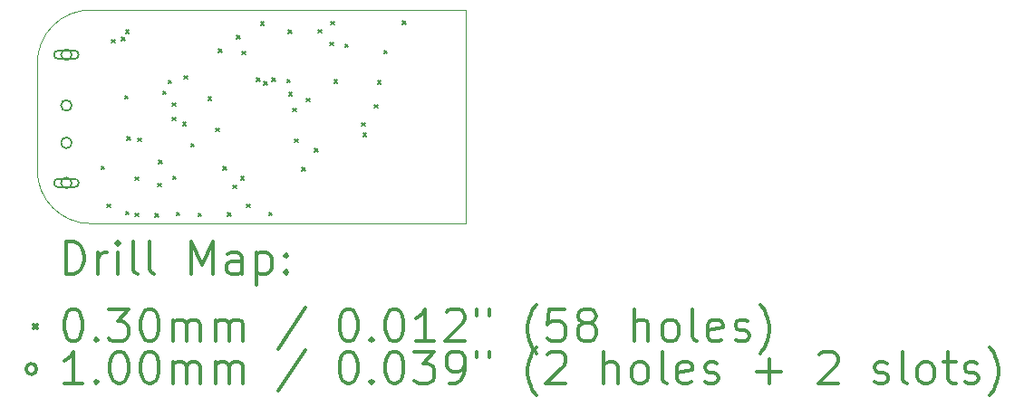
<source format=gbr>
%FSLAX45Y45*%
G04 Gerber Fmt 4.5, Leading zero omitted, Abs format (unit mm)*
G04 Created by KiCad (PCBNEW 4.0.1-stable) date 25/01/2016 14:41:18*
%MOMM*%
G01*
G04 APERTURE LIST*
%ADD10C,0.127000*%
%ADD11C,0.100000*%
%ADD12C,0.200000*%
%ADD13C,0.300000*%
G04 APERTURE END LIST*
D10*
D11*
X15350110Y-10500360D02*
G75*
G02X14850110Y-10000360I0J500000D01*
G01*
X18850110Y-10500360D02*
X15350110Y-10500360D01*
X18850110Y-8500360D02*
X18850110Y-10500360D01*
X15350110Y-8500360D02*
X18850110Y-8500360D01*
X14850110Y-9000360D02*
G75*
G02X15350110Y-8500360I500000J0D01*
G01*
X14850110Y-10000360D02*
X14850110Y-9000360D01*
D12*
X15447250Y-9960850D02*
X15477250Y-9990850D01*
X15477250Y-9960850D02*
X15447250Y-9990850D01*
X15501860Y-10318990D02*
X15531860Y-10348990D01*
X15531860Y-10318990D02*
X15501860Y-10348990D01*
X15547580Y-8778480D02*
X15577580Y-8808480D01*
X15577580Y-8778480D02*
X15547580Y-8808480D01*
X15639020Y-8758160D02*
X15669020Y-8788160D01*
X15669020Y-8758160D02*
X15639020Y-8788160D01*
X15669500Y-9300450D02*
X15699500Y-9330450D01*
X15699500Y-9300450D02*
X15669500Y-9330450D01*
X15677120Y-8689580D02*
X15707120Y-8719580D01*
X15707120Y-8689580D02*
X15677120Y-8719580D01*
X15677120Y-10386300D02*
X15707120Y-10416300D01*
X15707120Y-10386300D02*
X15677120Y-10416300D01*
X15688550Y-9687800D02*
X15718550Y-9717800D01*
X15718550Y-9687800D02*
X15688550Y-9717800D01*
X15763480Y-10063720D02*
X15793480Y-10093720D01*
X15793480Y-10063720D02*
X15763480Y-10093720D01*
X15763480Y-10404080D02*
X15793480Y-10434080D01*
X15793480Y-10404080D02*
X15763480Y-10434080D01*
X15790150Y-9700500D02*
X15820150Y-9730500D01*
X15820150Y-9700500D02*
X15790150Y-9730500D01*
X15953980Y-10406620D02*
X15983980Y-10436620D01*
X15983980Y-10406620D02*
X15953980Y-10436620D01*
X15979380Y-10124680D02*
X16009380Y-10154680D01*
X16009380Y-10124680D02*
X15979380Y-10154680D01*
X15984460Y-9908780D02*
X16014460Y-9938780D01*
X16014460Y-9908780D02*
X15984460Y-9938780D01*
X16022560Y-9258540D02*
X16052560Y-9288540D01*
X16052560Y-9258540D02*
X16022560Y-9288540D01*
X16075900Y-9156940D02*
X16105900Y-9186940D01*
X16105900Y-9156940D02*
X16075900Y-9186940D01*
X16114000Y-9370300D02*
X16144000Y-9400300D01*
X16144000Y-9370300D02*
X16114000Y-9400300D01*
X16114000Y-9503650D02*
X16144000Y-9533650D01*
X16144000Y-9503650D02*
X16114000Y-9533650D01*
X16115270Y-10054830D02*
X16145270Y-10084830D01*
X16145270Y-10054830D02*
X16115270Y-10084830D01*
X16152100Y-10393920D02*
X16182100Y-10423920D01*
X16182100Y-10393920D02*
X16152100Y-10423920D01*
X16210520Y-9553180D02*
X16240520Y-9583180D01*
X16240520Y-9553180D02*
X16210520Y-9583180D01*
X16221950Y-9116300D02*
X16251950Y-9146300D01*
X16251950Y-9116300D02*
X16221950Y-9146300D01*
X16285450Y-9751300D02*
X16315450Y-9781300D01*
X16315450Y-9751300D02*
X16285450Y-9781300D01*
X16352760Y-10401540D02*
X16382760Y-10431540D01*
X16382760Y-10401540D02*
X16352760Y-10431540D01*
X16448010Y-9314420D02*
X16478010Y-9344420D01*
X16478010Y-9314420D02*
X16448010Y-9344420D01*
X16520400Y-9606520D02*
X16550400Y-9636520D01*
X16550400Y-9606520D02*
X16520400Y-9636520D01*
X16543260Y-8864840D02*
X16573260Y-8894840D01*
X16573260Y-8864840D02*
X16543260Y-8894840D01*
X16588980Y-9967200D02*
X16618980Y-9997200D01*
X16618980Y-9967200D02*
X16588980Y-9997200D01*
X16627080Y-10399000D02*
X16657080Y-10429000D01*
X16657080Y-10399000D02*
X16627080Y-10429000D01*
X16681690Y-10139920D02*
X16711690Y-10169920D01*
X16711690Y-10139920D02*
X16681690Y-10169920D01*
X16713440Y-8740380D02*
X16743440Y-8770380D01*
X16743440Y-8740380D02*
X16713440Y-8770380D01*
X16752810Y-10061180D02*
X16782810Y-10091180D01*
X16782810Y-10061180D02*
X16752810Y-10091180D01*
X16764240Y-8887700D02*
X16794240Y-8917700D01*
X16794240Y-8887700D02*
X16764240Y-8917700D01*
X16807420Y-10317720D02*
X16837420Y-10347720D01*
X16837420Y-10317720D02*
X16807420Y-10347720D01*
X16901400Y-9136620D02*
X16931400Y-9166620D01*
X16931400Y-9136620D02*
X16901400Y-9166620D01*
X16938230Y-8610840D02*
X16968230Y-8640840D01*
X16968230Y-8610840D02*
X16938230Y-8640840D01*
X16969980Y-9172180D02*
X16999980Y-9202180D01*
X16999980Y-9172180D02*
X16969980Y-9202180D01*
X17015700Y-10393920D02*
X17045700Y-10423920D01*
X17045700Y-10393920D02*
X17015700Y-10423920D01*
X17046180Y-9139160D02*
X17076180Y-9169160D01*
X17076180Y-9139160D02*
X17046180Y-9169160D01*
X17183340Y-9149320D02*
X17213340Y-9179320D01*
X17213340Y-9149320D02*
X17183340Y-9179320D01*
X17198580Y-8687040D02*
X17228580Y-8717040D01*
X17228580Y-8687040D02*
X17198580Y-8717040D01*
X17201120Y-9273780D02*
X17231120Y-9303780D01*
X17231120Y-9273780D02*
X17201120Y-9303780D01*
X17236680Y-9421100D02*
X17266680Y-9451100D01*
X17266680Y-9421100D02*
X17236680Y-9451100D01*
X17255730Y-9709390D02*
X17285730Y-9739390D01*
X17285730Y-9709390D02*
X17255730Y-9739390D01*
X17325580Y-9973550D02*
X17355580Y-10003550D01*
X17355580Y-9973550D02*
X17325580Y-10003550D01*
X17366220Y-9329660D02*
X17396220Y-9359660D01*
X17396220Y-9329660D02*
X17366220Y-9359660D01*
X17442420Y-9797020D02*
X17472420Y-9827020D01*
X17472420Y-9797020D02*
X17442420Y-9827020D01*
X17474170Y-8685770D02*
X17504170Y-8715770D01*
X17504170Y-8685770D02*
X17474170Y-8715770D01*
X17584660Y-8803880D02*
X17614660Y-8833880D01*
X17614660Y-8803880D02*
X17584660Y-8833880D01*
X17594820Y-8608300D02*
X17624820Y-8638300D01*
X17624820Y-8608300D02*
X17594820Y-8638300D01*
X17622760Y-9155670D02*
X17652760Y-9185670D01*
X17652760Y-9155670D02*
X17622760Y-9185670D01*
X17725630Y-8817850D02*
X17755630Y-8847850D01*
X17755630Y-8817850D02*
X17725630Y-8847850D01*
X17884380Y-9555720D02*
X17914380Y-9585720D01*
X17914380Y-9555720D02*
X17884380Y-9585720D01*
X17894540Y-9652240D02*
X17924540Y-9682240D01*
X17924540Y-9652240D02*
X17894540Y-9682240D01*
X17998680Y-9388080D02*
X18028680Y-9418080D01*
X18028680Y-9388080D02*
X17998680Y-9418080D01*
X18031700Y-9162020D02*
X18061700Y-9192020D01*
X18061700Y-9162020D02*
X18031700Y-9192020D01*
X18090120Y-8877540D02*
X18120120Y-8907540D01*
X18120120Y-8877540D02*
X18090120Y-8907540D01*
X18265380Y-8605760D02*
X18295380Y-8635760D01*
X18295380Y-8605760D02*
X18265380Y-8635760D01*
X15172400Y-8919400D02*
G75*
G03X15172400Y-8919400I-50000J0D01*
G01*
X15197400Y-8879400D02*
X15047400Y-8879400D01*
X15197400Y-8959400D02*
X15047400Y-8959400D01*
X15047400Y-8879400D02*
G75*
G03X15047400Y-8959400I0J-40000D01*
G01*
X15197400Y-8959400D02*
G75*
G03X15197400Y-8879400I0J40000D01*
G01*
X15172400Y-9394400D02*
G75*
G03X15172400Y-9394400I-50000J0D01*
G01*
X15172400Y-9744000D02*
G75*
G03X15172400Y-9744000I-50000J0D01*
G01*
X15172400Y-10119400D02*
G75*
G03X15172400Y-10119400I-50000J0D01*
G01*
X15197400Y-10079400D02*
X15047400Y-10079400D01*
X15197400Y-10159400D02*
X15047400Y-10159400D01*
X15047400Y-10079400D02*
G75*
G03X15047400Y-10159400I0J-40000D01*
G01*
X15197400Y-10159400D02*
G75*
G03X15197400Y-10079400I0J40000D01*
G01*
D13*
X15116538Y-10971074D02*
X15116538Y-10671074D01*
X15187967Y-10671074D01*
X15230824Y-10685360D01*
X15259396Y-10713932D01*
X15273681Y-10742503D01*
X15287967Y-10799646D01*
X15287967Y-10842503D01*
X15273681Y-10899646D01*
X15259396Y-10928217D01*
X15230824Y-10956789D01*
X15187967Y-10971074D01*
X15116538Y-10971074D01*
X15416538Y-10971074D02*
X15416538Y-10771074D01*
X15416538Y-10828217D02*
X15430824Y-10799646D01*
X15445110Y-10785360D01*
X15473681Y-10771074D01*
X15502253Y-10771074D01*
X15602253Y-10971074D02*
X15602253Y-10771074D01*
X15602253Y-10671074D02*
X15587967Y-10685360D01*
X15602253Y-10699646D01*
X15616538Y-10685360D01*
X15602253Y-10671074D01*
X15602253Y-10699646D01*
X15787967Y-10971074D02*
X15759396Y-10956789D01*
X15745110Y-10928217D01*
X15745110Y-10671074D01*
X15945110Y-10971074D02*
X15916538Y-10956789D01*
X15902253Y-10928217D01*
X15902253Y-10671074D01*
X16287967Y-10971074D02*
X16287967Y-10671074D01*
X16387967Y-10885360D01*
X16487967Y-10671074D01*
X16487967Y-10971074D01*
X16759396Y-10971074D02*
X16759396Y-10813932D01*
X16745110Y-10785360D01*
X16716538Y-10771074D01*
X16659396Y-10771074D01*
X16630824Y-10785360D01*
X16759396Y-10956789D02*
X16730824Y-10971074D01*
X16659396Y-10971074D01*
X16630824Y-10956789D01*
X16616538Y-10928217D01*
X16616538Y-10899646D01*
X16630824Y-10871074D01*
X16659396Y-10856789D01*
X16730824Y-10856789D01*
X16759396Y-10842503D01*
X16902253Y-10771074D02*
X16902253Y-11071074D01*
X16902253Y-10785360D02*
X16930824Y-10771074D01*
X16987967Y-10771074D01*
X17016539Y-10785360D01*
X17030824Y-10799646D01*
X17045110Y-10828217D01*
X17045110Y-10913932D01*
X17030824Y-10942503D01*
X17016539Y-10956789D01*
X16987967Y-10971074D01*
X16930824Y-10971074D01*
X16902253Y-10956789D01*
X17173681Y-10942503D02*
X17187967Y-10956789D01*
X17173681Y-10971074D01*
X17159396Y-10956789D01*
X17173681Y-10942503D01*
X17173681Y-10971074D01*
X17173681Y-10785360D02*
X17187967Y-10799646D01*
X17173681Y-10813932D01*
X17159396Y-10799646D01*
X17173681Y-10785360D01*
X17173681Y-10813932D01*
X14815110Y-11450360D02*
X14845110Y-11480360D01*
X14845110Y-11450360D02*
X14815110Y-11480360D01*
X15173681Y-11301074D02*
X15202253Y-11301074D01*
X15230824Y-11315360D01*
X15245110Y-11329646D01*
X15259396Y-11358217D01*
X15273681Y-11415360D01*
X15273681Y-11486789D01*
X15259396Y-11543931D01*
X15245110Y-11572503D01*
X15230824Y-11586789D01*
X15202253Y-11601074D01*
X15173681Y-11601074D01*
X15145110Y-11586789D01*
X15130824Y-11572503D01*
X15116538Y-11543931D01*
X15102253Y-11486789D01*
X15102253Y-11415360D01*
X15116538Y-11358217D01*
X15130824Y-11329646D01*
X15145110Y-11315360D01*
X15173681Y-11301074D01*
X15402253Y-11572503D02*
X15416538Y-11586789D01*
X15402253Y-11601074D01*
X15387967Y-11586789D01*
X15402253Y-11572503D01*
X15402253Y-11601074D01*
X15516538Y-11301074D02*
X15702253Y-11301074D01*
X15602253Y-11415360D01*
X15645110Y-11415360D01*
X15673681Y-11429646D01*
X15687967Y-11443931D01*
X15702253Y-11472503D01*
X15702253Y-11543931D01*
X15687967Y-11572503D01*
X15673681Y-11586789D01*
X15645110Y-11601074D01*
X15559396Y-11601074D01*
X15530824Y-11586789D01*
X15516538Y-11572503D01*
X15887967Y-11301074D02*
X15916538Y-11301074D01*
X15945110Y-11315360D01*
X15959396Y-11329646D01*
X15973681Y-11358217D01*
X15987967Y-11415360D01*
X15987967Y-11486789D01*
X15973681Y-11543931D01*
X15959396Y-11572503D01*
X15945110Y-11586789D01*
X15916538Y-11601074D01*
X15887967Y-11601074D01*
X15859396Y-11586789D01*
X15845110Y-11572503D01*
X15830824Y-11543931D01*
X15816538Y-11486789D01*
X15816538Y-11415360D01*
X15830824Y-11358217D01*
X15845110Y-11329646D01*
X15859396Y-11315360D01*
X15887967Y-11301074D01*
X16116538Y-11601074D02*
X16116538Y-11401074D01*
X16116538Y-11429646D02*
X16130824Y-11415360D01*
X16159396Y-11401074D01*
X16202253Y-11401074D01*
X16230824Y-11415360D01*
X16245110Y-11443931D01*
X16245110Y-11601074D01*
X16245110Y-11443931D02*
X16259396Y-11415360D01*
X16287967Y-11401074D01*
X16330824Y-11401074D01*
X16359396Y-11415360D01*
X16373681Y-11443931D01*
X16373681Y-11601074D01*
X16516538Y-11601074D02*
X16516538Y-11401074D01*
X16516538Y-11429646D02*
X16530824Y-11415360D01*
X16559396Y-11401074D01*
X16602253Y-11401074D01*
X16630824Y-11415360D01*
X16645110Y-11443931D01*
X16645110Y-11601074D01*
X16645110Y-11443931D02*
X16659396Y-11415360D01*
X16687967Y-11401074D01*
X16730824Y-11401074D01*
X16759396Y-11415360D01*
X16773681Y-11443931D01*
X16773681Y-11601074D01*
X17359396Y-11286789D02*
X17102253Y-11672503D01*
X17745110Y-11301074D02*
X17773681Y-11301074D01*
X17802253Y-11315360D01*
X17816538Y-11329646D01*
X17830824Y-11358217D01*
X17845110Y-11415360D01*
X17845110Y-11486789D01*
X17830824Y-11543931D01*
X17816538Y-11572503D01*
X17802253Y-11586789D01*
X17773681Y-11601074D01*
X17745110Y-11601074D01*
X17716538Y-11586789D01*
X17702253Y-11572503D01*
X17687967Y-11543931D01*
X17673681Y-11486789D01*
X17673681Y-11415360D01*
X17687967Y-11358217D01*
X17702253Y-11329646D01*
X17716538Y-11315360D01*
X17745110Y-11301074D01*
X17973681Y-11572503D02*
X17987967Y-11586789D01*
X17973681Y-11601074D01*
X17959396Y-11586789D01*
X17973681Y-11572503D01*
X17973681Y-11601074D01*
X18173681Y-11301074D02*
X18202253Y-11301074D01*
X18230824Y-11315360D01*
X18245110Y-11329646D01*
X18259396Y-11358217D01*
X18273681Y-11415360D01*
X18273681Y-11486789D01*
X18259396Y-11543931D01*
X18245110Y-11572503D01*
X18230824Y-11586789D01*
X18202253Y-11601074D01*
X18173681Y-11601074D01*
X18145110Y-11586789D01*
X18130824Y-11572503D01*
X18116538Y-11543931D01*
X18102253Y-11486789D01*
X18102253Y-11415360D01*
X18116538Y-11358217D01*
X18130824Y-11329646D01*
X18145110Y-11315360D01*
X18173681Y-11301074D01*
X18559396Y-11601074D02*
X18387967Y-11601074D01*
X18473681Y-11601074D02*
X18473681Y-11301074D01*
X18445110Y-11343931D01*
X18416538Y-11372503D01*
X18387967Y-11386789D01*
X18673681Y-11329646D02*
X18687967Y-11315360D01*
X18716538Y-11301074D01*
X18787967Y-11301074D01*
X18816538Y-11315360D01*
X18830824Y-11329646D01*
X18845110Y-11358217D01*
X18845110Y-11386789D01*
X18830824Y-11429646D01*
X18659396Y-11601074D01*
X18845110Y-11601074D01*
X18959396Y-11301074D02*
X18959396Y-11358217D01*
X19073681Y-11301074D02*
X19073681Y-11358217D01*
X19516538Y-11715360D02*
X19502253Y-11701074D01*
X19473681Y-11658217D01*
X19459396Y-11629646D01*
X19445110Y-11586789D01*
X19430824Y-11515360D01*
X19430824Y-11458217D01*
X19445110Y-11386789D01*
X19459396Y-11343931D01*
X19473681Y-11315360D01*
X19502253Y-11272503D01*
X19516538Y-11258217D01*
X19773681Y-11301074D02*
X19630824Y-11301074D01*
X19616538Y-11443931D01*
X19630824Y-11429646D01*
X19659396Y-11415360D01*
X19730824Y-11415360D01*
X19759396Y-11429646D01*
X19773681Y-11443931D01*
X19787967Y-11472503D01*
X19787967Y-11543931D01*
X19773681Y-11572503D01*
X19759396Y-11586789D01*
X19730824Y-11601074D01*
X19659396Y-11601074D01*
X19630824Y-11586789D01*
X19616538Y-11572503D01*
X19959396Y-11429646D02*
X19930824Y-11415360D01*
X19916538Y-11401074D01*
X19902253Y-11372503D01*
X19902253Y-11358217D01*
X19916538Y-11329646D01*
X19930824Y-11315360D01*
X19959396Y-11301074D01*
X20016538Y-11301074D01*
X20045110Y-11315360D01*
X20059396Y-11329646D01*
X20073681Y-11358217D01*
X20073681Y-11372503D01*
X20059396Y-11401074D01*
X20045110Y-11415360D01*
X20016538Y-11429646D01*
X19959396Y-11429646D01*
X19930824Y-11443931D01*
X19916538Y-11458217D01*
X19902253Y-11486789D01*
X19902253Y-11543931D01*
X19916538Y-11572503D01*
X19930824Y-11586789D01*
X19959396Y-11601074D01*
X20016538Y-11601074D01*
X20045110Y-11586789D01*
X20059396Y-11572503D01*
X20073681Y-11543931D01*
X20073681Y-11486789D01*
X20059396Y-11458217D01*
X20045110Y-11443931D01*
X20016538Y-11429646D01*
X20430824Y-11601074D02*
X20430824Y-11301074D01*
X20559396Y-11601074D02*
X20559396Y-11443931D01*
X20545110Y-11415360D01*
X20516538Y-11401074D01*
X20473681Y-11401074D01*
X20445110Y-11415360D01*
X20430824Y-11429646D01*
X20745110Y-11601074D02*
X20716538Y-11586789D01*
X20702253Y-11572503D01*
X20687967Y-11543931D01*
X20687967Y-11458217D01*
X20702253Y-11429646D01*
X20716538Y-11415360D01*
X20745110Y-11401074D01*
X20787967Y-11401074D01*
X20816538Y-11415360D01*
X20830824Y-11429646D01*
X20845110Y-11458217D01*
X20845110Y-11543931D01*
X20830824Y-11572503D01*
X20816538Y-11586789D01*
X20787967Y-11601074D01*
X20745110Y-11601074D01*
X21016538Y-11601074D02*
X20987967Y-11586789D01*
X20973681Y-11558217D01*
X20973681Y-11301074D01*
X21245110Y-11586789D02*
X21216539Y-11601074D01*
X21159396Y-11601074D01*
X21130824Y-11586789D01*
X21116539Y-11558217D01*
X21116539Y-11443931D01*
X21130824Y-11415360D01*
X21159396Y-11401074D01*
X21216539Y-11401074D01*
X21245110Y-11415360D01*
X21259396Y-11443931D01*
X21259396Y-11472503D01*
X21116539Y-11501074D01*
X21373681Y-11586789D02*
X21402253Y-11601074D01*
X21459396Y-11601074D01*
X21487967Y-11586789D01*
X21502253Y-11558217D01*
X21502253Y-11543931D01*
X21487967Y-11515360D01*
X21459396Y-11501074D01*
X21416539Y-11501074D01*
X21387967Y-11486789D01*
X21373681Y-11458217D01*
X21373681Y-11443931D01*
X21387967Y-11415360D01*
X21416539Y-11401074D01*
X21459396Y-11401074D01*
X21487967Y-11415360D01*
X21602253Y-11715360D02*
X21616539Y-11701074D01*
X21645110Y-11658217D01*
X21659396Y-11629646D01*
X21673681Y-11586789D01*
X21687967Y-11515360D01*
X21687967Y-11458217D01*
X21673681Y-11386789D01*
X21659396Y-11343931D01*
X21645110Y-11315360D01*
X21616539Y-11272503D01*
X21602253Y-11258217D01*
X14845110Y-11861360D02*
G75*
G03X14845110Y-11861360I-50000J0D01*
G01*
X15273681Y-11997074D02*
X15102253Y-11997074D01*
X15187967Y-11997074D02*
X15187967Y-11697074D01*
X15159396Y-11739931D01*
X15130824Y-11768503D01*
X15102253Y-11782789D01*
X15402253Y-11968503D02*
X15416538Y-11982789D01*
X15402253Y-11997074D01*
X15387967Y-11982789D01*
X15402253Y-11968503D01*
X15402253Y-11997074D01*
X15602253Y-11697074D02*
X15630824Y-11697074D01*
X15659396Y-11711360D01*
X15673681Y-11725646D01*
X15687967Y-11754217D01*
X15702253Y-11811360D01*
X15702253Y-11882789D01*
X15687967Y-11939931D01*
X15673681Y-11968503D01*
X15659396Y-11982789D01*
X15630824Y-11997074D01*
X15602253Y-11997074D01*
X15573681Y-11982789D01*
X15559396Y-11968503D01*
X15545110Y-11939931D01*
X15530824Y-11882789D01*
X15530824Y-11811360D01*
X15545110Y-11754217D01*
X15559396Y-11725646D01*
X15573681Y-11711360D01*
X15602253Y-11697074D01*
X15887967Y-11697074D02*
X15916538Y-11697074D01*
X15945110Y-11711360D01*
X15959396Y-11725646D01*
X15973681Y-11754217D01*
X15987967Y-11811360D01*
X15987967Y-11882789D01*
X15973681Y-11939931D01*
X15959396Y-11968503D01*
X15945110Y-11982789D01*
X15916538Y-11997074D01*
X15887967Y-11997074D01*
X15859396Y-11982789D01*
X15845110Y-11968503D01*
X15830824Y-11939931D01*
X15816538Y-11882789D01*
X15816538Y-11811360D01*
X15830824Y-11754217D01*
X15845110Y-11725646D01*
X15859396Y-11711360D01*
X15887967Y-11697074D01*
X16116538Y-11997074D02*
X16116538Y-11797074D01*
X16116538Y-11825646D02*
X16130824Y-11811360D01*
X16159396Y-11797074D01*
X16202253Y-11797074D01*
X16230824Y-11811360D01*
X16245110Y-11839931D01*
X16245110Y-11997074D01*
X16245110Y-11839931D02*
X16259396Y-11811360D01*
X16287967Y-11797074D01*
X16330824Y-11797074D01*
X16359396Y-11811360D01*
X16373681Y-11839931D01*
X16373681Y-11997074D01*
X16516538Y-11997074D02*
X16516538Y-11797074D01*
X16516538Y-11825646D02*
X16530824Y-11811360D01*
X16559396Y-11797074D01*
X16602253Y-11797074D01*
X16630824Y-11811360D01*
X16645110Y-11839931D01*
X16645110Y-11997074D01*
X16645110Y-11839931D02*
X16659396Y-11811360D01*
X16687967Y-11797074D01*
X16730824Y-11797074D01*
X16759396Y-11811360D01*
X16773681Y-11839931D01*
X16773681Y-11997074D01*
X17359396Y-11682789D02*
X17102253Y-12068503D01*
X17745110Y-11697074D02*
X17773681Y-11697074D01*
X17802253Y-11711360D01*
X17816538Y-11725646D01*
X17830824Y-11754217D01*
X17845110Y-11811360D01*
X17845110Y-11882789D01*
X17830824Y-11939931D01*
X17816538Y-11968503D01*
X17802253Y-11982789D01*
X17773681Y-11997074D01*
X17745110Y-11997074D01*
X17716538Y-11982789D01*
X17702253Y-11968503D01*
X17687967Y-11939931D01*
X17673681Y-11882789D01*
X17673681Y-11811360D01*
X17687967Y-11754217D01*
X17702253Y-11725646D01*
X17716538Y-11711360D01*
X17745110Y-11697074D01*
X17973681Y-11968503D02*
X17987967Y-11982789D01*
X17973681Y-11997074D01*
X17959396Y-11982789D01*
X17973681Y-11968503D01*
X17973681Y-11997074D01*
X18173681Y-11697074D02*
X18202253Y-11697074D01*
X18230824Y-11711360D01*
X18245110Y-11725646D01*
X18259396Y-11754217D01*
X18273681Y-11811360D01*
X18273681Y-11882789D01*
X18259396Y-11939931D01*
X18245110Y-11968503D01*
X18230824Y-11982789D01*
X18202253Y-11997074D01*
X18173681Y-11997074D01*
X18145110Y-11982789D01*
X18130824Y-11968503D01*
X18116538Y-11939931D01*
X18102253Y-11882789D01*
X18102253Y-11811360D01*
X18116538Y-11754217D01*
X18130824Y-11725646D01*
X18145110Y-11711360D01*
X18173681Y-11697074D01*
X18373681Y-11697074D02*
X18559396Y-11697074D01*
X18459396Y-11811360D01*
X18502253Y-11811360D01*
X18530824Y-11825646D01*
X18545110Y-11839931D01*
X18559396Y-11868503D01*
X18559396Y-11939931D01*
X18545110Y-11968503D01*
X18530824Y-11982789D01*
X18502253Y-11997074D01*
X18416538Y-11997074D01*
X18387967Y-11982789D01*
X18373681Y-11968503D01*
X18702253Y-11997074D02*
X18759396Y-11997074D01*
X18787967Y-11982789D01*
X18802253Y-11968503D01*
X18830824Y-11925646D01*
X18845110Y-11868503D01*
X18845110Y-11754217D01*
X18830824Y-11725646D01*
X18816538Y-11711360D01*
X18787967Y-11697074D01*
X18730824Y-11697074D01*
X18702253Y-11711360D01*
X18687967Y-11725646D01*
X18673681Y-11754217D01*
X18673681Y-11825646D01*
X18687967Y-11854217D01*
X18702253Y-11868503D01*
X18730824Y-11882789D01*
X18787967Y-11882789D01*
X18816538Y-11868503D01*
X18830824Y-11854217D01*
X18845110Y-11825646D01*
X18959396Y-11697074D02*
X18959396Y-11754217D01*
X19073681Y-11697074D02*
X19073681Y-11754217D01*
X19516538Y-12111360D02*
X19502253Y-12097074D01*
X19473681Y-12054217D01*
X19459396Y-12025646D01*
X19445110Y-11982789D01*
X19430824Y-11911360D01*
X19430824Y-11854217D01*
X19445110Y-11782789D01*
X19459396Y-11739931D01*
X19473681Y-11711360D01*
X19502253Y-11668503D01*
X19516538Y-11654217D01*
X19616538Y-11725646D02*
X19630824Y-11711360D01*
X19659396Y-11697074D01*
X19730824Y-11697074D01*
X19759396Y-11711360D01*
X19773681Y-11725646D01*
X19787967Y-11754217D01*
X19787967Y-11782789D01*
X19773681Y-11825646D01*
X19602253Y-11997074D01*
X19787967Y-11997074D01*
X20145110Y-11997074D02*
X20145110Y-11697074D01*
X20273681Y-11997074D02*
X20273681Y-11839931D01*
X20259396Y-11811360D01*
X20230824Y-11797074D01*
X20187967Y-11797074D01*
X20159396Y-11811360D01*
X20145110Y-11825646D01*
X20459396Y-11997074D02*
X20430824Y-11982789D01*
X20416538Y-11968503D01*
X20402253Y-11939931D01*
X20402253Y-11854217D01*
X20416538Y-11825646D01*
X20430824Y-11811360D01*
X20459396Y-11797074D01*
X20502253Y-11797074D01*
X20530824Y-11811360D01*
X20545110Y-11825646D01*
X20559396Y-11854217D01*
X20559396Y-11939931D01*
X20545110Y-11968503D01*
X20530824Y-11982789D01*
X20502253Y-11997074D01*
X20459396Y-11997074D01*
X20730824Y-11997074D02*
X20702253Y-11982789D01*
X20687967Y-11954217D01*
X20687967Y-11697074D01*
X20959396Y-11982789D02*
X20930824Y-11997074D01*
X20873681Y-11997074D01*
X20845110Y-11982789D01*
X20830824Y-11954217D01*
X20830824Y-11839931D01*
X20845110Y-11811360D01*
X20873681Y-11797074D01*
X20930824Y-11797074D01*
X20959396Y-11811360D01*
X20973681Y-11839931D01*
X20973681Y-11868503D01*
X20830824Y-11897074D01*
X21087967Y-11982789D02*
X21116539Y-11997074D01*
X21173681Y-11997074D01*
X21202253Y-11982789D01*
X21216539Y-11954217D01*
X21216539Y-11939931D01*
X21202253Y-11911360D01*
X21173681Y-11897074D01*
X21130824Y-11897074D01*
X21102253Y-11882789D01*
X21087967Y-11854217D01*
X21087967Y-11839931D01*
X21102253Y-11811360D01*
X21130824Y-11797074D01*
X21173681Y-11797074D01*
X21202253Y-11811360D01*
X21573681Y-11882789D02*
X21802253Y-11882789D01*
X21687967Y-11997074D02*
X21687967Y-11768503D01*
X22159396Y-11725646D02*
X22173681Y-11711360D01*
X22202253Y-11697074D01*
X22273681Y-11697074D01*
X22302253Y-11711360D01*
X22316538Y-11725646D01*
X22330824Y-11754217D01*
X22330824Y-11782789D01*
X22316538Y-11825646D01*
X22145110Y-11997074D01*
X22330824Y-11997074D01*
X22673681Y-11982789D02*
X22702253Y-11997074D01*
X22759395Y-11997074D01*
X22787967Y-11982789D01*
X22802253Y-11954217D01*
X22802253Y-11939931D01*
X22787967Y-11911360D01*
X22759395Y-11897074D01*
X22716538Y-11897074D01*
X22687967Y-11882789D01*
X22673681Y-11854217D01*
X22673681Y-11839931D01*
X22687967Y-11811360D01*
X22716538Y-11797074D01*
X22759395Y-11797074D01*
X22787967Y-11811360D01*
X22973681Y-11997074D02*
X22945110Y-11982789D01*
X22930824Y-11954217D01*
X22930824Y-11697074D01*
X23130824Y-11997074D02*
X23102253Y-11982789D01*
X23087967Y-11968503D01*
X23073681Y-11939931D01*
X23073681Y-11854217D01*
X23087967Y-11825646D01*
X23102253Y-11811360D01*
X23130824Y-11797074D01*
X23173681Y-11797074D01*
X23202253Y-11811360D01*
X23216538Y-11825646D01*
X23230824Y-11854217D01*
X23230824Y-11939931D01*
X23216538Y-11968503D01*
X23202253Y-11982789D01*
X23173681Y-11997074D01*
X23130824Y-11997074D01*
X23316538Y-11797074D02*
X23430824Y-11797074D01*
X23359396Y-11697074D02*
X23359396Y-11954217D01*
X23373681Y-11982789D01*
X23402253Y-11997074D01*
X23430824Y-11997074D01*
X23516538Y-11982789D02*
X23545110Y-11997074D01*
X23602253Y-11997074D01*
X23630824Y-11982789D01*
X23645110Y-11954217D01*
X23645110Y-11939931D01*
X23630824Y-11911360D01*
X23602253Y-11897074D01*
X23559396Y-11897074D01*
X23530824Y-11882789D01*
X23516538Y-11854217D01*
X23516538Y-11839931D01*
X23530824Y-11811360D01*
X23559396Y-11797074D01*
X23602253Y-11797074D01*
X23630824Y-11811360D01*
X23745110Y-12111360D02*
X23759396Y-12097074D01*
X23787967Y-12054217D01*
X23802253Y-12025646D01*
X23816538Y-11982789D01*
X23830824Y-11911360D01*
X23830824Y-11854217D01*
X23816538Y-11782789D01*
X23802253Y-11739931D01*
X23787967Y-11711360D01*
X23759396Y-11668503D01*
X23745110Y-11654217D01*
M02*

</source>
